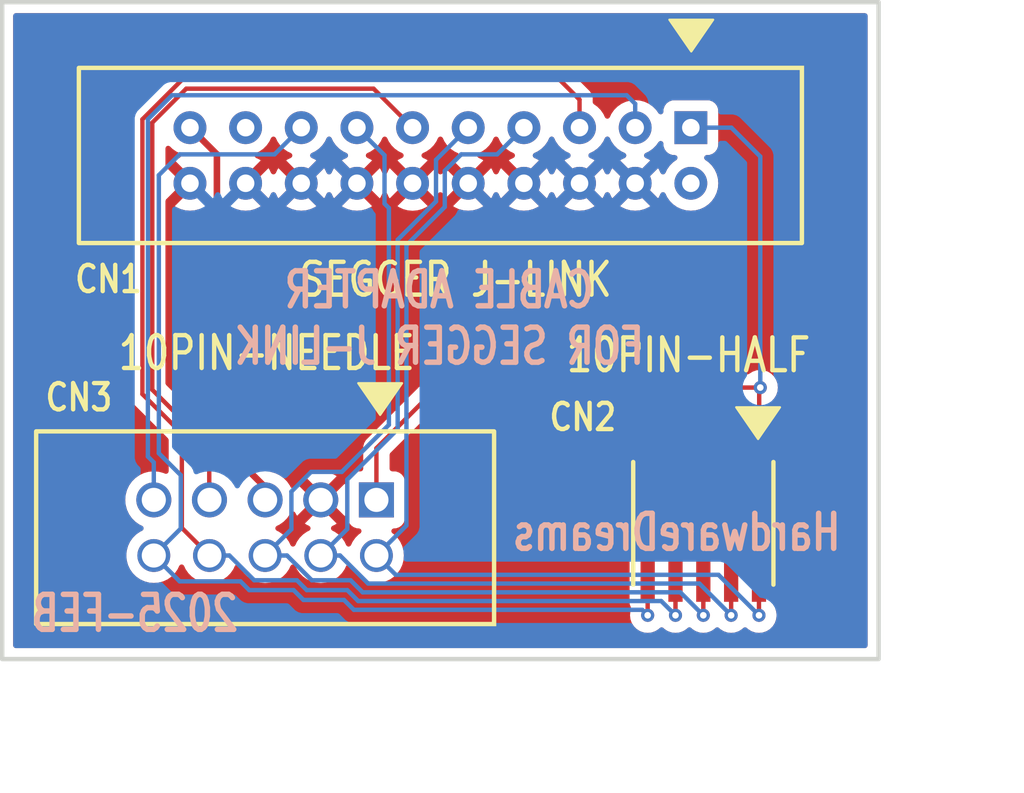
<source format=kicad_pcb>
(kicad_pcb (version 20240108) (generator "pcbnew") (generator_version "8.0")
  (layers (0 "F.Cu" signal) (31 "B.Cu" signal) (34 "B.Paste" user) (35 "F.Paste" user) (36 "B.SilkS" user "B.Silkscreen") (37 "F.SilkS" user "F.Silkscreen") (38 "B.Mask" user) (39 "F.Mask" user) (44 "Edge.Cuts" user))
  (net 0 "")
  (net 1 "/SWDIO")
  (net 2 "GND")
  (net 3 "/SWCLK")
  (net 4 "/RESET")
  (net 5 "/SWO")
  (net 6 "/VTref")
  (net 8 "/TDI")
  (net 9 "/VPOWER")
  (net 10 "/RTCK")
  (net 11 "/TRST")
  (footprint "MIL-Connector:mil-box-pinheader_2x5" (layer "F.Cu") (at 72 64 180)
    (property "Reference" "CN3" (at 8.5 5.95 0) (layer "F.SilkS") (effects (font (size 1.2 1) (thickness 0.2))))
    (property "Value" "BOX-PINHEADER_2x5" (hide yes))
    (fp_rect (start -10.45 -4.4) (end 10.45 4.4) (stroke (width 0.2)) (fill none) (layer "F.SilkS"))
    (pad "1" thru_hole rect (at -5.08 1.27 180) (size 1.6 1.6) (drill 1.1) (layers "*.Cu" "*.Mask") (net 6 "/VTref"))
    (pad "2" thru_hole circle (at -5.08 -1.27 180) (size 1.5 1.5) (drill 1.1) (layers "*.Cu" "*.Mask") (net 1 "/SWDIO"))
    (pad "3" thru_hole circle (at -2.54 1.27 180) (size 1.6 1.6) (drill 1.1) (layers "*.Cu" "*.Mask") (net 2 "GND"))
    (pad "4" thru_hole circle (at -2.54 -1.27 180) (size 1.5 1.5) (drill 1.1) (layers "*.Cu" "*.Mask") (net 3 "/SWCLK"))
    (pad "5" thru_hole circle (at 0 1.27 180) (size 1.6 1.6) (drill 1.1) (layers "*.Cu" "*.Mask") (net 9 "/VPOWER"))
    (pad "6" thru_hole circle (at 0 -1.27 180) (size 1.5 1.5) (drill 1.1) (layers "*.Cu" "*.Mask") (net 5 "/SWO"))
    (pad "7" thru_hole circle (at 2.54 1.27 180) (size 1.6 1.6) (drill 1.1) (layers "*.Cu" "*.Mask") (net 10 "/RTCK"))
    (pad "8" thru_hole circle (at 2.54 -1.27 180) (size 1.5 1.5) (drill 1.1) (layers "*.Cu" "*.Mask") (net 8 "/TDI"))
    (pad "9" thru_hole circle (at 5.08 1.27 180) (size 1.6 1.6) (drill 1.1) (layers "*.Cu" "*.Mask") (net 11 "/TRST"))
    (pad "10" thru_hole circle (at 5.08 -1.27 180) (size 1.5 1.5) (drill 1.1) (layers "*.Cu" "*.Mask") (net 4 "/RESET"))
  )
  (footprint "MIL-Connector:MIL-BOX-PINHEADER_2x10" (layer "F.Cu") (at 80 47 180)
    (property "Reference" "CN1" (at 15.15 -5.65 0) (layer "F.SilkS") (effects (font (size 1.2 1) (thickness 0.2) (bold yes))))
    (property "Value" "BOX-PINHEADER_2x10")
    (fp_rect (start -16.5 4) (end 16.5 -4) (stroke (width 0.2)) (fill none) (layer "F.SilkS"))
    (pad "1" thru_hole rect (at -11.43 1.27 180) (size 1.5 1.5) (drill 0.8) (layers "*.Cu" "*.Mask") (net 6 "/VTref"))
    (pad "2" thru_hole circle (at -11.43 -1.27 180) (size 1.5 1.5) (drill 0.8) (layers "*.Cu" "*.Mask"))
    (pad "3" thru_hole circle (at -8.89 1.27 180) (size 1.5 1.5) (drill 0.8) (layers "*.Cu" "*.Mask") (net 11 "/TRST"))
    (pad "4" thru_hole circle (at -8.89 -1.27 180) (size 1.5 1.5) (drill 0.8) (layers "*.Cu" "*.Mask") (net 2 "GND"))
    (pad "5" thru_hole circle (at -6.35 1.27 180) (size 1.5 1.5) (drill 0.8) (layers "*.Cu" "*.Mask") (net 8 "/TDI"))
    (pad "6" thru_hole circle (at -6.35 -1.27 180) (size 1.5 1.5) (drill 0.8) (layers "*.Cu" "*.Mask") (net 2 "GND"))
    (pad "7" thru_hole circle (at -3.81 1.27 180) (size 1.5 1.5) (drill 0.8) (layers "*.Cu" "*.Mask") (net 1 "/SWDIO"))
    (pad "8" thru_hole circle (at -3.81 -1.27 180) (size 1.5 1.5) (drill 0.8) (layers "*.Cu" "*.Mask") (net 2 "GND"))
    (pad "9" thru_hole circle (at -1.27 1.27 180) (size 1.5 1.5) (drill 0.8) (layers "*.Cu" "*.Mask") (net 3 "/SWCLK"))
    (pad "10" thru_hole circle (at -1.27 -1.27 180) (size 1.5 1.5) (drill 0.8) (layers "*.Cu" "*.Mask") (net 2 "GND"))
    (pad "11" thru_hole circle (at 1.27 1.27 180) (size 1.5 1.5) (drill 0.8) (layers "*.Cu" "*.Mask") (net 10 "/RTCK"))
    (pad "12" thru_hole circle (at 1.27 -1.27 180) (size 1.5 1.5) (drill 0.8) (layers "*.Cu" "*.Mask") (net 2 "GND"))
    (pad "13" thru_hole circle (at 3.81 1.27 180) (size 1.5 1.5) (drill 0.8) (layers "*.Cu" "*.Mask") (net 5 "/SWO"))
    (pad "14" thru_hole circle (at 3.81 -1.27 180) (size 1.5 1.5) (drill 0.8) (layers "*.Cu" "*.Mask") (net 2 "GND"))
    (pad "15" thru_hole circle (at 6.35 1.27 180) (size 1.5 1.5) (drill 0.8) (layers "*.Cu" "*.Mask") (net 4 "/RESET"))
    (pad "16" thru_hole circle (at 6.35 -1.27 180) (size 1.5 1.5) (drill 0.8) (layers "*.Cu" "*.Mask") (net 2 "GND"))
    (pad "17" thru_hole circle (at 8.89 1.27 180) (size 1.5 1.5) (drill 0.8) (layers "*.Cu" "*.Mask"))
    (pad "18" thru_hole circle (at 8.89 -1.27 180) (size 1.5 1.5) (drill 0.8) (layers "*.Cu" "*.Mask") (net 2 "GND"))
    (pad "19" thru_hole circle (at 11.43 1.27 180) (size 1.5 1.5) (drill 0.8) (layers "*.Cu" "*.Mask") (net 9 "/VPOWER"))
    (pad "20" thru_hole circle (at 11.43 -1.27 180) (size 1.5 1.5) (drill 0.8) (layers "*.Cu" "*.Mask") (net 2 "GND"))
  )
  (footprint "ADAM_TECH:HPH2-A-10-UA-SMT" (layer "F.Cu") (at 92 64 180)
    (property "Reference" "CN2" (at 5.5 5.05 0) (layer "F.SilkS") (effects (font (size 1.2 1) (thickness 0.2) (bold yes))))
    (property "Value" "HPH2-A-10-UA-SMT")
    (fp_line (start 3.2 3) (end 3.2 -2.6) (stroke (width 0.2)) (layer "F.SilkS"))
    (fp_line (start -3.2 -2.6) (end -3.2 3) (stroke (width 0.2)) (layer "F.SilkS"))
    (pad "1" smd rect (at -2.54 2 180) (size 0.65 2.77) (layers "F.Cu" "F.Paste" "F.Mask") (net 6 "/VTref"))
    (pad "2" smd rect (at -2.54 -2 180) (size 0.65 2.77) (layers "F.Cu" "F.Paste" "F.Mask") (net 1 "/SWDIO"))
    (pad "3" smd rect (at -1.27 2 180) (size 0.65 2.77) (layers "F.Cu" "F.Paste" "F.Mask") (net 2 "GND"))
    (pad "4" smd rect (at -1.27 -2 180) (size 0.65 2.77) (layers "F.Cu" "F.Paste" "F.Mask") (net 3 "/SWCLK"))
    (pad "5" smd rect (at 0 2 180) (size 0.65 2.77) (layers "F.Cu" "F.Paste" "F.Mask") (net 2 "GND"))
    (pad "6" smd rect (at 0 -2 180) (size 0.65 2.77) (layers "F.Cu" "F.Paste" "F.Mask") (net 5 "/SWO"))
    (pad "7" smd rect (at 1.27 2 180) (size 0.65 2.77) (layers "F.Cu" "F.Paste" "F.Mask"))
    (pad "8" smd rect (at 1.27 -2 180) (size 0.65 2.77) (layers "F.Cu" "F.Paste" "F.Mask") (net 8 "/TDI"))
    (pad "9" smd rect (at 2.54 2 180) (size 0.65 2.77) (layers "F.Cu" "F.Paste" "F.Mask") (net 2 "GND"))
    (pad "10" smd rect (at 2.54 -2 180) (size 0.65 2.77) (layers "F.Cu" "F.Paste" "F.Mask") (net 4 "/RESET"))
  )
  (gr_poly (pts (xy 77.25 58.85) (xy 78.25 57.4) (xy 76.25 57.4)) (stroke (width 0.1)) (fill solid) (layer "F.SilkS"))
  (gr_poly (pts (xy 91.45 42.25) (xy 92.45 40.8) (xy 90.45 40.8)) (stroke (width 0.1)) (fill solid) (layer "F.SilkS"))
  (gr_poly (pts (xy 94.5 59.95) (xy 95.5 58.5) (xy 93.5 58.5)) (stroke (width 0.1)) (fill solid) (layer "F.SilkS"))
  (gr_rect (start 60 40) (end 100 70) (stroke (width 0.2)) (fill none) (layer "Edge.Cuts"))
  (gr_text "HardwareDreams" (at 98.4 65.15 0) (layer "B.SilkS") (effects (font (size 1.6 1.2) (thickness 0.25) (bold yes)) (justify left bottom mirror)))
  (gr_text "2025-FEB" (at 70.9 68.85 0) (layer "B.SilkS") (effects (font (size 1.6 1.2) (thickness 0.25) (bold yes)) (justify left bottom mirror)))
  (gr_text "CABLE ADAPTER\nFOR SEGGER J-LINK\n" (at 79.95 56.65 0) (layer "B.SilkS") (effects (font (size 1.6 1.2) (thickness 0.25) (bold yes)) (justify bottom mirror)))
  (gr_text "SEGGER J-LINK" (at 73.45 53.55 0) (layer "F.SilkS") (effects (font (size 1.5 1.2) (thickness 0.2) (bold yes)) (justify left bottom)))
  (gr_text "10PIN-NEEDLE" (at 65.2 56.9 0) (layer "F.SilkS") (effects (font (size 1.5 1.2) (thickness 0.2) (bold yes)) (justify left bottom)))
  (gr_text "10PIN-HALF" (at 85.65 57 0) (layer "F.SilkS") (effects (font (size 1.5 1.2) (thickness 0.2) (bold yes)) (justify left bottom)))
  (segment (start 94.54 65) (end 94.54 68) (width 0.2) (layer "F.Cu") (net 1))
  (via (at 94.54 68) (size 0.6) (drill 0.3) (layers "F.Cu" "B.Cu") (net 1))
  (segment (start 92.69 66.15) (end 94.54 68) (width 0.2) (layer "B.Cu") (net 1))
  (segment (start 83.81 45.73) (end 82.59 46.95) (width 0.2) (layer "B.Cu") (net 1))
  (segment (start 78.45 51.1) (end 78.45 63.9) (width 0.2) (layer "B.Cu") (net 1))
  (segment (start 80.2 47.7) (end 80.2 49.35) (width 0.2) (layer "B.Cu") (net 1))
  (segment (start 82.59 46.95) (end 80.95 46.95) (width 0.2) (layer "B.Cu") (net 1))
  (segment (start 78.45 63.9) (end 77.08 65.27) (width 0.2) (layer "B.Cu") (net 1))
  (segment (start 77.96 66.15) (end 92.69 66.15) (width 0.2) (layer "B.Cu") (net 1))
  (segment (start 80.95 46.95) (end 80.2 47.7) (width 0.2) (layer "B.Cu") (net 1))
  (segment (start 80.2 49.35) (end 78.45 51.1) (width 0.2) (layer "B.Cu") (net 1))
  (segment (start 77.08 65.27) (end 77.96 66.15) (width 0.2) (layer "B.Cu") (net 1))
  (segment (start 93.27 65) (end 93.27 68) (width 0.2) (layer "F.Cu") (net 3))
  (via (at 93.27 68) (size 0.6) (drill 0.3) (layers "F.Cu" "B.Cu") (net 3))
  (segment (start 75.42 65.27) (end 76.7 66.55) (width 0.2) (layer "B.Cu") (net 3))
  (segment (start 78.05 50.85) (end 78.05 59.5) (width 0.2) (layer "B.Cu") (net 3))
  (segment (start 75.75 64.06) (end 74.54 65.27) (width 0.2) (layer "B.Cu") (net 3))
  (segment (start 91.82 66.55) (end 93.27 68) (width 0.2) (layer "B.Cu") (net 3))
  (segment (start 74.54 65.27) (end 75.42 65.27) (width 0.2) (layer "B.Cu") (net 3))
  (segment (start 75.75 61.8) (end 75.75 64.06) (width 0.2) (layer "B.Cu") (net 3))
  (segment (start 81.27 45.73) (end 79.8 47.2) (width 0.2) (layer "B.Cu") (net 3))
  (segment (start 78.05 59.5) (end 75.75 61.8) (width 0.2) (layer "B.Cu") (net 3))
  (segment (start 76.7 66.55) (end 91.82 66.55) (width 0.2) (layer "B.Cu") (net 3))
  (segment (start 79.8 49.1) (end 78.05 50.85) (width 0.2) (layer "B.Cu") (net 3))
  (segment (start 79.8 47.2) (end 79.8 49.1) (width 0.2) (layer "B.Cu") (net 3))
  (segment (start 89.46 65) (end 89.46 68) (width 0.2) (layer "F.Cu") (net 4))
  (via (at 89.46 68) (size 0.6) (drill 0.3) (layers "F.Cu" "B.Cu") (net 4))
  (segment (start 67.15 60.6) (end 68.15 61.6) (width 0.2) (layer "B.Cu") (net 4))
  (segment (start 89.21 67.75) (end 76.05 67.75) (width 0.2) (layer "B.Cu") (net 4))
  (segment (start 76.05 67.75) (end 75.6 67.3) (width 0.2) (layer "B.Cu") (net 4))
  (segment (start 75.6 67.3) (end 73.75 67.3) (width 0.2) (layer "B.Cu") (net 4))
  (segment (start 70.875 66.45) (end 68.1 66.45) (width 0.2) (layer "B.Cu") (net 4))
  (segment (start 71.275 66.85) (end 70.875 66.45) (width 0.2) (layer "B.Cu") (net 4))
  (segment (start 73.3 66.85) (end 71.275 66.85) (width 0.2) (layer "B.Cu") (net 4))
  (segment (start 68.15 64.04) (end 66.92 65.27) (width 0.2) (layer "B.Cu") (net 4))
  (segment (start 73.65 45.73) (end 72.43 46.95) (width 0.2) (layer "B.Cu") (net 4))
  (segment (start 68.1 66.45) (end 66.92 65.27) (width 0.2) (layer "B.Cu") (net 4))
  (segment (start 68.15 61.6) (end 68.15 64.04) (width 0.2) (layer "B.Cu") (net 4))
  (segment (start 67.15 47.9) (end 67.15 60.6) (width 0.2) (layer "B.Cu") (net 4))
  (segment (start 73.75 67.3) (end 73.3 66.85) (width 0.2) (layer "B.Cu") (net 4))
  (segment (start 68.1 46.95) (end 67.15 47.9) (width 0.2) (layer "B.Cu") (net 4))
  (segment (start 89.46 68) (end 89.21 67.75) (width 0.2) (layer "B.Cu") (net 4))
  (segment (start 72.43 46.95) (end 68.1 46.95) (width 0.2) (layer "B.Cu") (net 4))
  (segment (start 92 65) (end 92 68) (width 0.2) (layer "F.Cu") (net 5))
  (via (at 92 68) (size 0.6) (drill 0.3) (layers "F.Cu" "B.Cu") (net 5))
  (segment (start 77.45 46.99) (end 77.45 49.2) (width 0.2) (layer "B.Cu") (net 5))
  (segment (start 73 65.27) (end 74.13 66.4) (width 0.2) (layer "B.Cu") (net 5))
  (segment (start 76.19 45.73) (end 77.45 46.99) (width 0.2) (layer "B.Cu") (net 5))
  (segment (start 90.95 66.95) (end 92 68) (width 0.2) (layer "B.Cu") (net 5))
  (segment (start 73.2 62.35) (end 73.2 64.07) (width 0.2) (layer "B.Cu") (net 5))
  (segment (start 73.2 64.07) (end 72 65.27) (width 0.2) (layer "B.Cu") (net 5))
  (segment (start 75.5 61.45) (end 74.1 61.45) (width 0.2) (layer "B.Cu") (net 5))
  (segment (start 77.65 59.3) (end 75.5 61.45) (width 0.2) (layer "B.Cu") (net 5))
  (segment (start 74.1 61.45) (end 73.2 62.35) (width 0.2) (layer "B.Cu") (net 5))
  (segment (start 77.65 49.4) (end 77.65 59.3) (width 0.2) (layer "B.Cu") (net 5))
  (segment (start 72 65.27) (end 73 65.27) (width 0.2) (layer "B.Cu") (net 5))
  (segment (start 75.9 66.4) (end 76.45 66.95) (width 0.2) (layer "B.Cu") (net 5))
  (segment (start 74.13 66.4) (end 75.9 66.4) (width 0.2) (layer "B.Cu") (net 5))
  (segment (start 76.45 66.95) (end 90.95 66.95) (width 0.2) (layer "B.Cu") (net 5))
  (segment (start 77.45 49.2) (end 77.65 49.4) (width 0.2) (layer "B.Cu") (net 5))
  (segment (start 94.6 57.6) (end 94.55 57.65) (width 0.2) (layer "F.Cu") (net 6))
  (segment (start 77.08 60.37) (end 77.08 62.73) (width 0.2) (layer "F.Cu") (net 6))
  (segment (start 94.55 60.99) (end 94.54 61) (width 0.2) (layer "F.Cu") (net 6))
  (segment (start 79.85 57.6) (end 77.08 60.37) (width 0.2) (layer "F.Cu") (net 6))
  (segment (start 94.55 57.65) (end 94.55 60.99) (width 0.2) (layer "F.Cu") (net 6))
  (segment (start 94.6 57.6) (end 79.85 57.6) (width 0.2) (layer "F.Cu") (net 6))
  (via (at 94.6 57.6) (size 0.6) (drill 0.3) (layers "F.Cu" "B.Cu") (net 6))
  (segment (start 94.6 47.05) (end 93.28 45.73) (width 0.2) (layer "B.Cu") (net 6))
  (segment (start 94.6 57.6) (end 94.6 47.05) (width 0.2) (layer "B.Cu") (net 6))
  (segment (start 93.28 45.73) (end 91.43 45.73) (width 0.2) (layer "B.Cu") (net 6))
  (segment (start 68.2 59.7) (end 66.4 57.9) (width 0.2) (layer "F.Cu") (net 8))
  (segment (start 68.2 64.01) (end 68.2 59.7) (width 0.2) (layer "F.Cu") (net 8))
  (segment (start 90.73 65) (end 90.73 68) (width 0.2) (layer "F.Cu") (net 8))
  (segment (start 68.25 43.5) (end 85.4 43.5) (width 0.2) (layer "F.Cu") (net 8))
  (segment (start 86.35 44.45) (end 86.35 45.73) (width 0.2) (layer "F.Cu") (net 8))
  (segment (start 85.4 43.5) (end 86.35 44.45) (width 0.2) (layer "F.Cu") (net 8))
  (segment (start 66.4 57.9) (end 66.4 45.35) (width 0.2) (layer "F.Cu") (net 8))
  (segment (start 69.46 65.27) (end 68.2 64.01) (width 0.2) (layer "F.Cu") (net 8))
  (segment (start 66.4 45.35) (end 68.25 43.5) (width 0.2) (layer "F.Cu") (net 8))
  (via (at 90.73 68) (size 0.6) (drill 0.3) (layers "F.Cu" "B.Cu") (net 8))
  (segment (start 69.46 65.27) (end 70.37 65.27) (width 0.2) (layer "B.Cu") (net 8))
  (segment (start 73.45 66.4) (end 73.9 66.85) (width 0.2) (layer "B.Cu") (net 8))
  (segment (start 70.37 65.27) (end 71.5 66.4) (width 0.2) (layer "B.Cu") (net 8))
  (segment (start 90.08 67.35) (end 90.73 68) (width 0.2) (layer "B.Cu") (net 8))
  (segment (start 73.9 66.85) (end 75.75 66.85) (width 0.2) (layer "B.Cu") (net 8))
  (segment (start 75.75 66.85) (end 76.25 67.35) (width 0.2) (layer "B.Cu") (net 8))
  (segment (start 76.25 67.35) (end 90.08 67.35) (width 0.2) (layer "B.Cu") (net 8))
  (segment (start 71.5 66.4) (end 73.45 66.4) (width 0.2) (layer "B.Cu") (net 8))
  (segment (start 68.57 45.73) (end 68.58 45.73) (width 0.3) (layer "F.Cu") (net 9))
  (segment (start 68.58 45.73) (end 69.8 46.95) (width 0.3) (layer "F.Cu") (net 9))
  (segment (start 72 62.15) (end 72 62.73) (width 0.3) (layer "F.Cu") (net 9))
  (segment (start 69.8 46.95) (end 69.8 59.95) (width 0.3) (layer "F.Cu") (net 9))
  (segment (start 69.8 59.95) (end 72 62.15) (width 0.3) (layer "F.Cu") (net 9))
  (segment (start 68.4 43.95) (end 66.85 45.5) (width 0.2) (layer "F.Cu") (net 10))
  (segment (start 66.85 57.7) (end 69.45 60.3) (width 0.2) (layer "F.Cu") (net 10))
  (segment (start 69.45 60.3) (end 69.45 62.72) (width 0.2) (layer "F.Cu") (net 10))
  (segment (start 78.73 45.73) (end 76.95 43.95) (width 0.2) (layer "F.Cu") (net 10))
  (segment (start 66.85 45.5) (end 66.85 57.7) (width 0.2) (layer "F.Cu") (net 10))
  (segment (start 76.95 43.95) (end 68.4 43.95) (width 0.2) (layer "F.Cu") (net 10))
  (segment (start 69.45 62.72) (end 69.46 62.73) (width 0.2) (layer "F.Cu") (net 10))
  (segment (start 66.92 61.02) (end 66.65 60.75) (width 0.2) (layer "B.Cu") (net 11))
  (segment (start 88.89 44.64) (end 88.89 45.73) (width 0.2) (layer "B.Cu") (net 11))
  (segment (start 67.75 44.25) (end 88.5 44.25) (width 0.2) (layer "B.Cu") (net 11))
  (segment (start 66.65 45.35) (end 67.75 44.25) (width 0.2) (layer "B.Cu") (net 11))
  (segment (start 66.92 62.73) (end 66.92 61.02) (width 0.2) (layer "B.Cu") (net 11))
  (segment (start 66.65 60.75) (end 66.65 45.35) (width 0.2) (layer "B.Cu") (net 11))
  (segment (start 88.5 44.25) (end 88.89 44.64) (width 0.2) (layer "B.Cu") (net 11))
  (zone (net 2) (net_name "GND") (layers "F&B.Cu") (connect_pads (clearance 0.5)) (min_thickness 0.25) (fill yes (thermal_gap 0.5) (thermal_bridge_width 0.5))
    (polygon (pts (xy 60 40) (xy 100 39.95) (xy 100 70) (xy 60.05 70)))
  )
)
</source>
